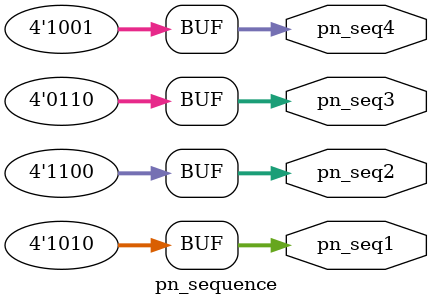
<source format=v>
module pn_sequence (
    output [3:0] pn_seq1, pn_seq2, pn_seq3, pn_seq4
);
    assign pn_seq1 = 4'b1010; // User 1
    assign pn_seq2 = 4'b1100; // User 2
    assign pn_seq3 = 4'b0110; // User 3
    assign pn_seq4 = 4'b1001; // User 4
endmodule
</source>
